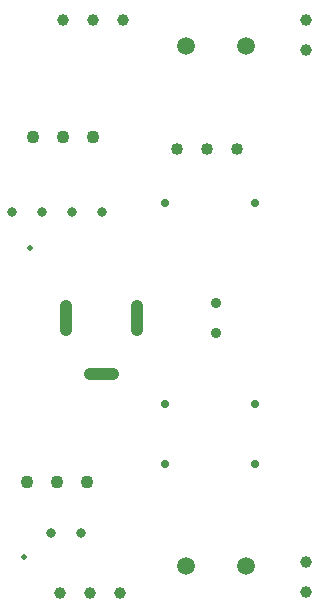
<source format=gbr>
%TF.GenerationSoftware,KiCad,Pcbnew,8.0.1*%
%TF.CreationDate,2024-03-27T16:27:17+11:00*%
%TF.ProjectId,Breadboard Power Supply,42726561-6462-46f6-9172-6420506f7765,rev?*%
%TF.SameCoordinates,Original*%
%TF.FileFunction,Plated,1,2,PTH,Mixed*%
%TF.FilePolarity,Positive*%
%FSLAX46Y46*%
G04 Gerber Fmt 4.6, Leading zero omitted, Abs format (unit mm)*
G04 Created by KiCad (PCBNEW 8.0.1) date 2024-03-27 16:27:17*
%MOMM*%
%LPD*%
G01*
G04 APERTURE LIST*
%TA.AperFunction,ViaDrill*%
%ADD10C,0.500000*%
%TD*%
%TA.AperFunction,ComponentDrill*%
%ADD11C,0.700000*%
%TD*%
%TA.AperFunction,ComponentDrill*%
%ADD12C,0.800000*%
%TD*%
%TA.AperFunction,ComponentDrill*%
%ADD13C,0.900000*%
%TD*%
%TA.AperFunction,ComponentDrill*%
%ADD14C,1.000000*%
%TD*%
G04 aperture for slot hole*
%TA.AperFunction,ComponentDrill*%
%ADD15C,1.000000*%
%TD*%
%TA.AperFunction,ComponentDrill*%
%ADD16C,1.016000*%
%TD*%
%TA.AperFunction,ComponentDrill*%
%ADD17C,1.100000*%
%TD*%
%TA.AperFunction,ComponentDrill*%
%ADD18C,1.520000*%
%TD*%
G04 APERTURE END LIST*
D10*
X90424000Y-116586000D03*
X90932000Y-90424000D03*
D11*
%TO.C,R1*%
X102362000Y-86614000D03*
%TO.C,R2*%
X102362000Y-103632000D03*
%TO.C,R3*%
X102362000Y-108712000D03*
%TO.C,R1*%
X109982000Y-86614000D03*
%TO.C,R2*%
X109982000Y-103632000D03*
%TO.C,R3*%
X109982000Y-108712000D03*
D12*
%TO.C,C2*%
X89428000Y-87376000D03*
X91928000Y-87376000D03*
%TO.C,C3*%
X92730000Y-114554000D03*
%TO.C,C1*%
X94508000Y-87376000D03*
%TO.C,C3*%
X95230000Y-114554000D03*
%TO.C,C1*%
X97008000Y-87376000D03*
D13*
%TO.C,D1*%
X106680000Y-95001000D03*
X106680000Y-97541000D03*
D14*
%TO.C,J6*%
X93487000Y-119634000D03*
%TO.C,J7*%
X93741000Y-71120000D03*
D15*
%TO.C,J1*%
X93980000Y-97324500D02*
X93980000Y-95324500D01*
D14*
%TO.C,J6*%
X96027000Y-119634000D03*
%TO.C,J7*%
X96281000Y-71120000D03*
D15*
%TO.C,J1*%
X97980000Y-101024500D02*
X95980000Y-101024500D01*
D14*
%TO.C,J6*%
X98567000Y-119634000D03*
%TO.C,J7*%
X98821000Y-71120000D03*
D15*
%TO.C,J1*%
X99980000Y-97324500D02*
X99980000Y-95324500D01*
D14*
%TO.C,J5*%
X114300000Y-71120000D03*
X114300000Y-73660000D03*
%TO.C,J4*%
X114300000Y-116941600D03*
X114300000Y-119481600D03*
D16*
%TO.C,SW1*%
X103378000Y-82042000D03*
X105918000Y-82042000D03*
X108458000Y-82042000D03*
D17*
%TO.C,U2*%
X90678000Y-110165000D03*
%TO.C,U1*%
X91186000Y-81026000D03*
%TO.C,U2*%
X93218000Y-110165000D03*
%TO.C,U1*%
X93726000Y-81026000D03*
%TO.C,U2*%
X95758000Y-110165000D03*
%TO.C,U1*%
X96266000Y-81026000D03*
D18*
%TO.C,J2*%
X104140000Y-73320000D03*
%TO.C,J3*%
X104140000Y-117291600D03*
%TO.C,J2*%
X109220000Y-73320000D03*
%TO.C,J3*%
X109220000Y-117291600D03*
M02*

</source>
